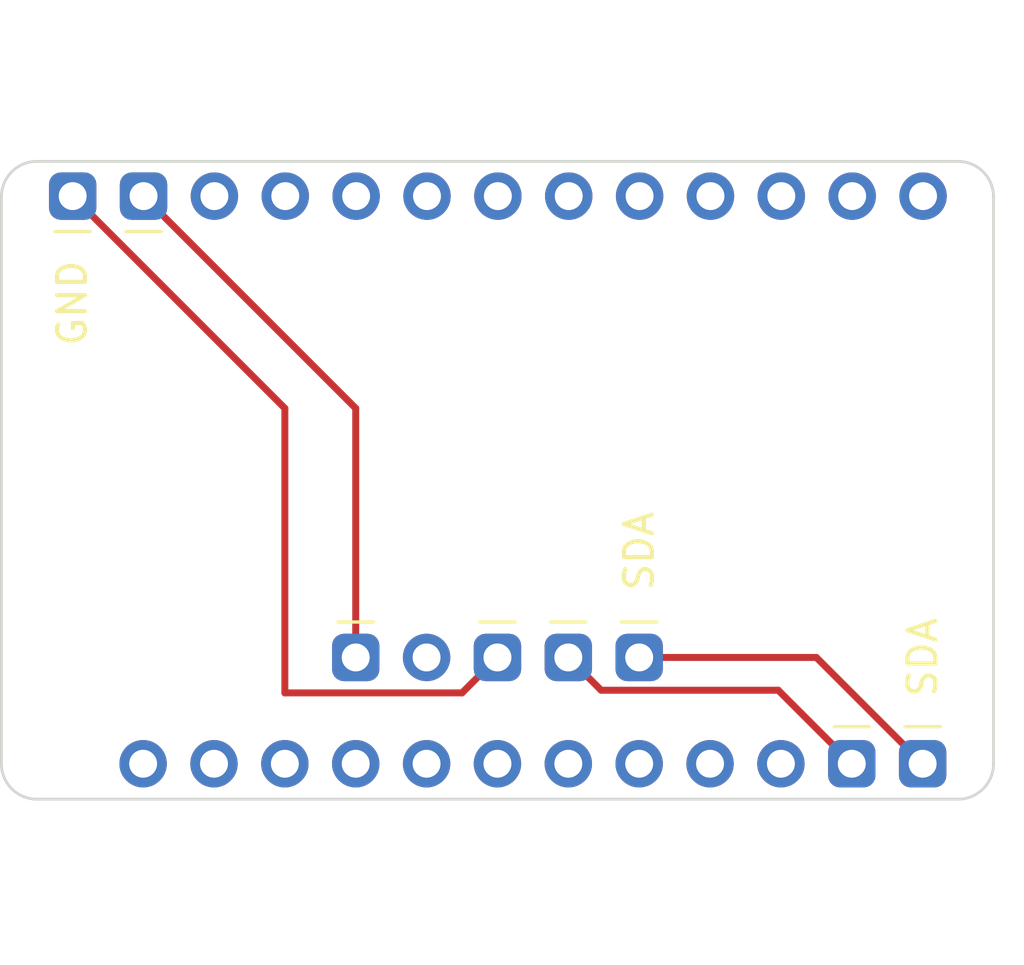
<source format=kicad_pcb>
(kicad_pcb (version 20211014) (generator pcbnew)
  (layers (0 "F.Cu" signal) (31 "B.Cu" signal) (34 "B.Paste" user) (35 "F.Paste" user) (36 "B.SilkS" user "B.Silkscreen") (37 "F.SilkS" user "F.Silkscreen") (38 "B.Mask" user) (39 "F.Mask" user) (44 "Edge.Cuts" user))
  (net 0 "")
  (net 1 "Net-(J2-Pad1)")
  (net 2 "Net-(U1-Pad3)")
  (net 3 "Net-(U1-Pad5)")
  (net 4 "Net-(J2-Pad2)")
  (footprint "Connector_PinSocket_2.54mm:PinSocket_1x13_P2.54mm_Vertical" (layer "F.Cu") (at 99.075 55.855 90)
    (fp_text reference "GND" (at -3.835 -0.015 90) (layer "F.SilkS"))
    (fp_text value "Feather_Long_Side")
    (fp_line (start -1.27 1.905) (end -1.27 3.175) (layer "F.SilkS") (width 0.12))
    (fp_line (start -1.27 -0.635) (end -1.27 0.635) (layer "F.SilkS") (width 0.12))
    (pad "" thru_hole oval (at 0 25.4 90) (size 1.7 1.7) (drill 1) (layers *.Mask))
    (pad "" thru_hole oval (at 0 15.24 90) (size 1.7 1.7) (drill 1) (layers *.Mask))
    (pad "" thru_hole oval (at 0 27.94 90) (size 1.7 1.7) (drill 1) (layers *.Mask))
    (pad "" thru_hole oval (at 0 30.48 90) (size 1.7 1.7) (drill 1) (layers *.Mask))
    (pad "" thru_hole oval (at 0 12.7 90) (size 1.7 1.7) (drill 1) (layers *.Mask))
    (pad "" thru_hole oval (at 0 22.86 90) (size 1.7 1.7) (drill 1) (layers *.Mask))
    (pad "" thru_hole oval (at 0 5.08 90) (size 1.7 1.7) (drill 1) (layers *.Mask))
    (pad "" thru_hole oval (at 0 7.62 90) (size 1.7 1.7) (drill 1) (layers *.Mask))
    (pad "" thru_hole oval (at 0 17.78 90) (size 1.7 1.7) (drill 1) (layers *.Mask))
    (pad "" thru_hole oval (at 0 20.32 90) (size 1.7 1.7) (drill 1) (layers *.Mask))
    (pad "" thru_hole oval (at 0 10.16 90) (size 1.7 1.7) (drill 1) (layers *.Mask))
    (pad "1" thru_hole roundrect (at 0 0 90) (size 1.7 1.7) (drill 1) (layers *.Cu *.Mask) (net 2 "Net-(U1-Pad3)"))
    (pad "2" thru_hole roundrect (at 0 2.54 90) (size 1.7 1.7) (drill 1) (layers *.Cu *.Mask) (net 3 "Net-(U1-Pad5)"))
  )
  (footprint "Connector_PinSocket_2.54mm:PinSocket_1x05_P2.54mm_Vertical" (layer "F.Cu") (at 119.38 72.39 -90)
    (fp_text reference "SDA" (at -3.81 0 90) (layer "F.SilkS"))
    (fp_text value "Adafruit_SHT4x")
    (fp_line (start -1.27 9.525) (end -1.27 10.795) (layer "F.SilkS") (width 0.12))
    (fp_line (start -1.27 1.905) (end -1.27 3.175) (layer "F.SilkS") (width 0.12))
    (fp_line (start -1.27 4.445) (end -1.27 5.715) (layer "F.SilkS") (width 0.12))
    (fp_line (start -1.27 -0.635) (end -1.27 0.635) (layer "F.SilkS") (width 0.12))
    (pad "" thru_hole oval (at 0 7.62 270) (size 1.7 1.7) (drill 1) (layers *.Mask))
    (pad "1" thru_hole roundrect (at 0 0 270) (size 1.7 1.7) (drill 1) (layers *.Cu *.Mask) (net 1 "Net-(J2-Pad1)"))
    (pad "2" thru_hole roundrect (at 0 2.54 270) (size 1.7 1.7) (drill 1) (layers *.Cu *.Mask) (net 4 "Net-(J2-Pad2)"))
    (pad "3" thru_hole roundrect (at 0 5.08 270) (size 1.7 1.7) (drill 1) (layers *.Cu *.Mask) (net 2 "Net-(U1-Pad3)"))
    (pad "5" thru_hole roundrect (at 0 10.16 270) (size 1.7 1.7) (drill 1) (layers *.Cu *.Mask) (net 3 "Net-(U1-Pad5)"))
  )
  (footprint "Connector_PinSocket_2.54mm:PinSocket_1x12_P2.54mm_Vertical" (layer "F.Cu") (at 129.54 76.2 -90)
    (fp_text reference "SDA" (at -3.81 0 90) (layer "F.SilkS"))
    (fp_text value "Feather_Short_Side")
    (fp_line (start -1.33 -0.635) (end -1.33 0.635) (layer "F.SilkS") (width 0.12))
    (fp_line (start -1.33 1.905) (end -1.33 3.175) (layer "F.SilkS") (width 0.12))
    (pad "" thru_hole oval (at 0 17.78 270) (size 1.7 1.7) (drill 1) (layers *.Mask))
    (pad "" thru_hole oval (at 0 7.62 270) (size 1.7 1.7) (drill 1) (layers *.Mask))
    (pad "" thru_hole oval (at 0 10.16 270) (size 1.7 1.7) (drill 1) (layers *.Mask))
    (pad "" thru_hole oval (at 0 5.08 270) (size 1.7 1.7) (drill 1) (layers *.Mask))
    (pad "" thru_hole oval (at 0 12.7 270) (size 1.7 1.7) (drill 1) (layers *.Mask))
    (pad "" thru_hole oval (at 0 20.32 270) (size 1.7 1.7) (drill 1) (layers *.Mask))
    (pad "" thru_hole oval (at 0 25.4 270) (size 1.7 1.7) (drill 1) (layers *.Mask))
    (pad "" thru_hole oval (at 0 15.24 270) (size 1.7 1.7) (drill 1) (layers *.Mask))
    (pad "" thru_hole oval (at 0 22.86 270) (size 1.7 1.7) (drill 1) (layers *.Mask))
    (pad "" thru_hole oval (at 0 27.94 270) (size 1.7 1.7) (drill 1) (layers *.Mask))
    (pad "1" thru_hole roundrect (at 0 0 270) (size 1.7 1.7) (drill 1) (layers *.Cu *.Mask) (net 1 "Net-(J2-Pad1)"))
    (pad "2" thru_hole roundrect (at 0 2.54 270) (size 1.7 1.7) (drill 1) (layers *.Cu *.Mask) (net 4 "Net-(J2-Pad2)"))
  )
  (gr_arc (start 132.08 76.2) (mid 131.708026 77.098026) (end 130.81 77.47) (layer "Edge.Cuts") (width 0.1))
  (gr_line (start 97.79 54.61) (end 130.81 54.61) (layer "Edge.Cuts") (width 0.1))
  (gr_arc (start 96.52 55.88) (mid 96.891974 54.981974) (end 97.79 54.61) (layer "Edge.Cuts") (width 0.1))
  (gr_line (start 97.79 77.47) (end 130.81 77.47) (layer "Edge.Cuts") (width 0.1))
  (gr_line (start 96.52 55.88) (end 96.52 76.2) (layer "Edge.Cuts") (width 0.1))
  (gr_line (start 132.08 76.2) (end 132.08 55.88) (layer "Edge.Cuts") (width 0.1))
  (gr_arc (start 97.79 77.47) (mid 96.891974 77.098026) (end 96.52 76.2) (layer "Edge.Cuts") (width 0.1))
  (gr_arc (start 130.81 54.61) (mid 131.708026 54.981974) (end 132.08 55.88) (layer "Edge.Cuts") (width 0.1))
  (segment (start 119.38 72.39) (end 125.73 72.39) (width 0.25) (layer "F.Cu") (net 1))
  (segment (start 125.73 72.39) (end 129.54 76.2) (width 0.25) (layer "F.Cu") (net 1))
  (segment (start 106.68 63.46) (end 99.075 55.855) (width 0.25) (layer "F.Cu") (net 2))
  (segment (start 113.03 73.66) (end 106.68 73.66) (width 0.25) (layer "F.Cu") (net 2))
  (segment (start 106.68 73.66) (end 106.68 63.46) (width 0.25) (layer "F.Cu") (net 2))
  (segment (start 114.3 72.39) (end 113.03 73.66) (width 0.25) (layer "F.Cu") (net 2))
  (segment (start 109.22 72.39) (end 109.22 63.46) (width 0.25) (layer "F.Cu") (net 3))
  (segment (start 109.22 63.46) (end 101.615 55.855) (width 0.25) (layer "F.Cu") (net 3))
  (segment (start 124.365 73.565) (end 127 76.2) (width 0.25) (layer "F.Cu") (net 4))
  (segment (start 116.84 72.39) (end 118.015 73.565) (width 0.25) (layer "F.Cu") (net 4))
  (segment (start 118.015 73.565) (end 124.365 73.565) (width 0.25) (layer "F.Cu") (net 4))
)
</source>
